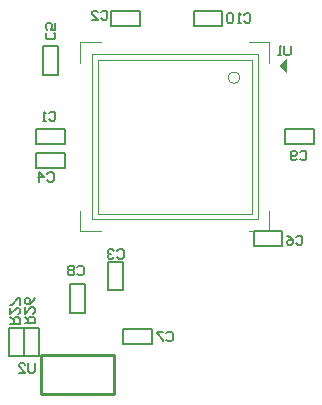
<source format=gbo>
G04 Layer_Color=32896*
%FSLAX44Y44*%
%MOMM*%
G71*
G01*
G75*
%ADD11C,0.2000*%
%ADD32C,0.1500*%
%ADD45C,0.1000*%
%ADD46C,0.2500*%
G36*
X263500Y304138D02*
X257049Y310089D01*
X263500Y315862D01*
Y304138D01*
D02*
G37*
D11*
X266750Y327247D02*
Y320583D01*
X265417Y319250D01*
X262751D01*
X261418Y320583D01*
Y327247D01*
X258753Y319250D02*
X256087D01*
X257420D01*
Y327247D01*
X258753Y325914D01*
X50000Y58497D02*
Y51833D01*
X48667Y50500D01*
X46001D01*
X44668Y51833D01*
Y58497D01*
X36671Y50500D02*
X42003D01*
X36671Y55832D01*
Y57165D01*
X38004Y58497D01*
X40670D01*
X42003Y57165D01*
X29500Y92000D02*
X37497D01*
Y95999D01*
X36165Y97332D01*
X33499D01*
X32166Y95999D01*
Y92000D01*
Y94666D02*
X29500Y97332D01*
Y105329D02*
Y99997D01*
X34832Y105329D01*
X36165D01*
X37497Y103996D01*
Y101330D01*
X36165Y99997D01*
X37497Y107995D02*
Y113326D01*
X36165D01*
X30833Y107995D01*
X29500D01*
X271418Y165165D02*
X272751Y166497D01*
X275417D01*
X276750Y165165D01*
Y159833D01*
X275417Y158500D01*
X272751D01*
X271418Y159833D01*
X263421Y166497D02*
X266087Y165165D01*
X268753Y162499D01*
Y159833D01*
X267420Y158500D01*
X264754D01*
X263421Y159833D01*
Y161166D01*
X264754Y162499D01*
X268753D01*
X86109Y139715D02*
X87442Y141048D01*
X90107D01*
X91440Y139715D01*
Y134384D01*
X90107Y133051D01*
X87442D01*
X86109Y134384D01*
X83443Y139715D02*
X82110Y141048D01*
X79444D01*
X78111Y139715D01*
Y138383D01*
X79444Y137050D01*
X78111Y135717D01*
Y134384D01*
X79444Y133051D01*
X82110D01*
X83443Y134384D01*
Y135717D01*
X82110Y137050D01*
X83443Y138383D01*
Y139715D01*
X82110Y137050D02*
X79444D01*
X161418Y83665D02*
X162751Y84997D01*
X165417D01*
X166750Y83665D01*
Y78333D01*
X165417Y77000D01*
X162751D01*
X161418Y78333D01*
X158753Y84997D02*
X153421D01*
Y83665D01*
X158753Y78333D01*
Y77000D01*
X227418Y353414D02*
X228751Y354747D01*
X231417D01*
X232750Y353414D01*
Y348083D01*
X231417Y346750D01*
X228751D01*
X227418Y348083D01*
X224753Y346750D02*
X222087D01*
X223420D01*
Y354747D01*
X224753Y353414D01*
X218088D02*
X216755Y354747D01*
X214089D01*
X212756Y353414D01*
Y348083D01*
X214089Y346750D01*
X216755D01*
X218088Y348083D01*
Y353414D01*
X274747Y236949D02*
X276080Y238281D01*
X278746D01*
X280079Y236949D01*
Y231617D01*
X278746Y230284D01*
X276080D01*
X274747Y231617D01*
X272081D02*
X270748Y230284D01*
X268083D01*
X266750Y231617D01*
Y236949D01*
X268083Y238281D01*
X270748D01*
X272081Y236949D01*
Y235616D01*
X270748Y234283D01*
X266750D01*
X66164Y338216D02*
X67497Y336883D01*
Y334217D01*
X66164Y332884D01*
X60833D01*
X59500Y334217D01*
Y336883D01*
X60833Y338216D01*
X67497Y346213D02*
Y340881D01*
X63499D01*
X64832Y343547D01*
Y344880D01*
X63499Y346213D01*
X60833D01*
X59500Y344880D01*
Y342214D01*
X60833Y340881D01*
X60668Y218915D02*
X62001Y220247D01*
X64667D01*
X66000Y218915D01*
Y213583D01*
X64667Y212250D01*
X62001D01*
X60668Y213583D01*
X54004Y212250D02*
Y220247D01*
X58003Y216249D01*
X52671D01*
X119918Y153414D02*
X121251Y154747D01*
X123917D01*
X125250Y153414D01*
Y148083D01*
X123917Y146750D01*
X121251D01*
X119918Y148083D01*
X117253Y153414D02*
X115920Y154747D01*
X113254D01*
X111921Y153414D01*
Y152082D01*
X113254Y150749D01*
X114587D01*
X113254D01*
X111921Y149416D01*
Y148083D01*
X113254Y146750D01*
X115920D01*
X117253Y148083D01*
X106168Y355664D02*
X107501Y356997D01*
X110167D01*
X111500Y355664D01*
Y350333D01*
X110167Y349000D01*
X107501D01*
X106168Y350333D01*
X98171Y349000D02*
X103503D01*
X98171Y354332D01*
Y355664D01*
X99504Y356997D01*
X102170D01*
X103503Y355664D01*
X62168Y270165D02*
X63501Y271497D01*
X66167D01*
X67500Y270165D01*
Y264833D01*
X66167Y263500D01*
X63501D01*
X62168Y264833D01*
X59503Y263500D02*
X56837D01*
X58170D01*
Y271497D01*
X59503Y270165D01*
X42000Y92500D02*
X49997D01*
Y96499D01*
X48664Y97832D01*
X45999D01*
X44666Y96499D01*
Y92500D01*
Y95166D02*
X42000Y97832D01*
Y105829D02*
Y100497D01*
X47332Y105829D01*
X48664D01*
X49997Y104496D01*
Y101830D01*
X48664Y100497D01*
X49997Y113826D02*
X48664Y111161D01*
X45999Y108495D01*
X43333D01*
X42000Y109828D01*
Y112494D01*
X43333Y113826D01*
X44666D01*
X45999Y112494D01*
Y108495D01*
D32*
X27940Y64262D02*
X40640D01*
X27940D02*
Y88392D01*
X40640D01*
Y64262D02*
Y88392D01*
X235712Y157480D02*
X259842D01*
Y170180D01*
X235712D02*
X259842D01*
X235712Y157480D02*
Y170180D01*
X92710Y101092D02*
Y125222D01*
X80010D02*
X92710D01*
X80010Y101092D02*
Y125222D01*
Y101092D02*
X92710D01*
X125222Y74930D02*
X149352D01*
Y87630D01*
X125222D02*
X149352D01*
X125222Y74930D02*
Y87630D01*
X184658Y356870D02*
X208788D01*
X184658Y344170D02*
Y356870D01*
Y344170D02*
X208788D01*
Y356870D01*
X262382Y243840D02*
X286512D01*
Y256540D01*
X262382D02*
X286512D01*
X262382Y243840D02*
Y256540D01*
X57150Y302768D02*
Y326898D01*
Y302768D02*
X69850D01*
Y326898D01*
X57150D02*
X69850D01*
X51308Y236220D02*
X75438D01*
X51308Y223520D02*
Y236220D01*
Y223520D02*
X75438D01*
Y236220D01*
X125100Y120062D02*
Y144192D01*
X112400D02*
X125100D01*
X112400Y120062D02*
Y144192D01*
Y120062D02*
X125100D01*
X114808Y356870D02*
X138938D01*
X114808Y344170D02*
Y356870D01*
Y344170D02*
X138938D01*
Y356870D01*
X51308Y256540D02*
X75438D01*
X51308Y243840D02*
Y256540D01*
Y243840D02*
X75438D01*
Y256540D01*
X40640Y64262D02*
X53340D01*
X40640D02*
Y88392D01*
X53340D01*
Y64262D02*
Y88392D01*
D45*
X218800Y295200D02*
G03*
X218800Y295200I-0J5000D01*
G01*
X103800Y185200D02*
Y315200D01*
Y185200D02*
X233800D01*
Y315200D01*
X103800D02*
X233800D01*
X98800Y320200D02*
X238800D01*
Y180200D02*
Y320200D01*
X98800Y180200D02*
X238800D01*
X98800D02*
Y320200D01*
X88800Y330200D02*
X106300D01*
X88800Y312700D02*
Y330200D01*
Y170200D02*
X106050D01*
X88800D02*
Y187200D01*
X231800Y170200D02*
X248800D01*
Y187450D01*
Y312950D02*
Y330200D01*
X231550D02*
X248800D01*
D46*
X117600Y32512D02*
Y64772D01*
X55120Y32512D02*
Y65024D01*
Y32512D02*
X117600D01*
X55372Y65024D02*
X117348D01*
X117600Y64772D01*
M02*

</source>
